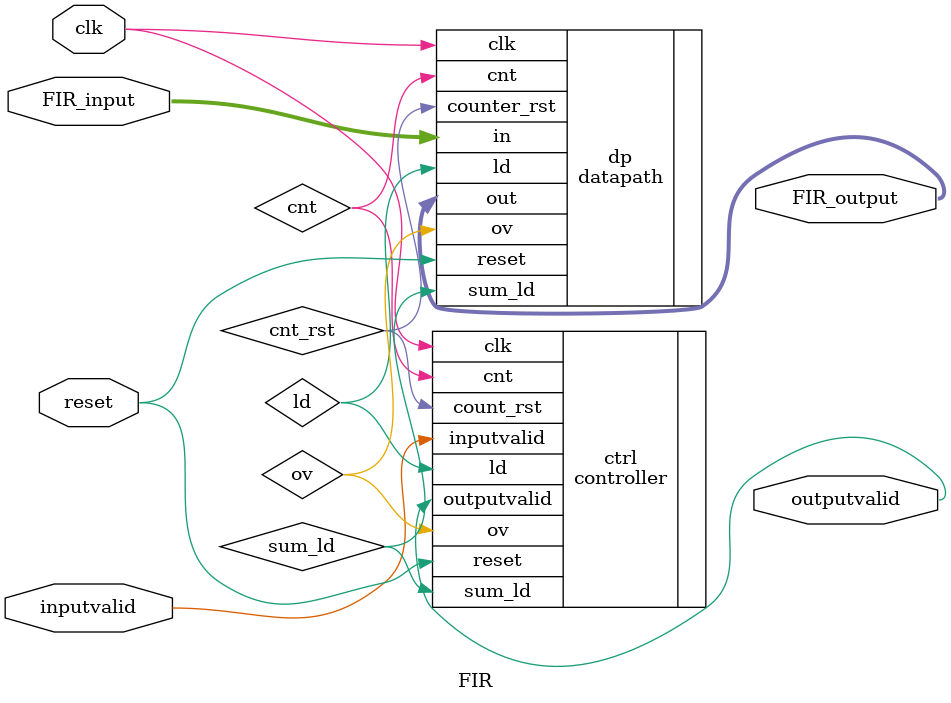
<source format=v>
module FIR(clk , reset , FIR_input , inputvalid , FIR_output , outputvalid);
	parameter in_WIDTH = 16;
	parameter filter_LENGTH = 64;
	parameter out_WIDTH = 2*in_WIDTH + $clog2(filter_LENGTH) + 1;
	parameter counter_size = $clog2(filter_LENGTH);
	
	input clk , reset , inputvalid;
	output outputvalid;
	input [in_WIDTH-1:0]FIR_input;
	output [out_WIDTH-1:0]FIR_output;
	
	wire ld , cnt , sum_ld , ov , cnt_rst;
	
	datapath #(.in_WIDTH(in_WIDTH) , .out_WIDTH(out_WIDTH) , .filter_LENGTH(filter_LENGTH) , 
		.counter_size(counter_size) ) dp(.clk(clk) , .reset(reset), .ld(ld) , .cnt(cnt) ,
			.sum_ld(sum_ld) , .in(FIR_input) , .out(FIR_output) , 
				.ov(ov) , .counter_rst(cnt_rst));
	controller ctrl(.clk(clk) , .reset(reset) , .inputvalid(inputvalid) , .ov(ov) , .outputvalid(outputvalid) ,
		.ld(ld) , .cnt(cnt) , .sum_ld(sum_ld) , .count_rst(cnt_rst));
/*	always@(posedge clk)begin
		if(inputvalid)
			$display("input	:	%b" , FIR_input);
		else if(outputvalid)
			$display("output	:	%b",FIR_output);
	end*/
endmodule
</source>
